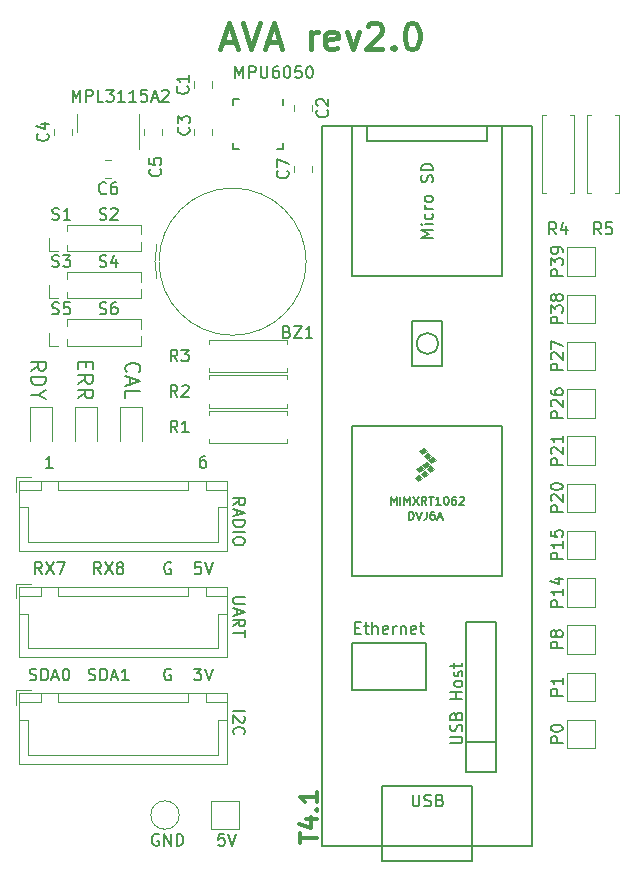
<source format=gbr>
%TF.GenerationSoftware,KiCad,Pcbnew,(5.1.9)-1*%
%TF.CreationDate,2021-05-19T19:29:26-04:00*%
%TF.ProjectId,ava_r2_bottom,6176615f-7232-45f6-926f-74746f6d2e6b,rev?*%
%TF.SameCoordinates,Original*%
%TF.FileFunction,Legend,Top*%
%TF.FilePolarity,Positive*%
%FSLAX46Y46*%
G04 Gerber Fmt 4.6, Leading zero omitted, Abs format (unit mm)*
G04 Created by KiCad (PCBNEW (5.1.9)-1) date 2021-05-19 19:29:26*
%MOMM*%
%LPD*%
G01*
G04 APERTURE LIST*
%ADD10C,0.150000*%
%ADD11C,0.300000*%
%ADD12C,0.400000*%
%ADD13C,0.120000*%
%ADD14C,0.100000*%
G04 APERTURE END LIST*
D10*
X197809523Y-113452380D02*
X197333333Y-113452380D01*
X197285714Y-113928571D01*
X197333333Y-113880952D01*
X197428571Y-113833333D01*
X197666666Y-113833333D01*
X197761904Y-113880952D01*
X197809523Y-113928571D01*
X197857142Y-114023809D01*
X197857142Y-114261904D01*
X197809523Y-114357142D01*
X197761904Y-114404761D01*
X197666666Y-114452380D01*
X197428571Y-114452380D01*
X197333333Y-114404761D01*
X197285714Y-114357142D01*
X198142857Y-113452380D02*
X198476190Y-114452380D01*
X198809523Y-113452380D01*
X192238095Y-113500000D02*
X192142857Y-113452380D01*
X192000000Y-113452380D01*
X191857142Y-113500000D01*
X191761904Y-113595238D01*
X191714285Y-113690476D01*
X191666666Y-113880952D01*
X191666666Y-114023809D01*
X191714285Y-114214285D01*
X191761904Y-114309523D01*
X191857142Y-114404761D01*
X192000000Y-114452380D01*
X192095238Y-114452380D01*
X192238095Y-114404761D01*
X192285714Y-114357142D01*
X192285714Y-114023809D01*
X192095238Y-114023809D01*
X192714285Y-114452380D02*
X192714285Y-113452380D01*
X193285714Y-114452380D01*
X193285714Y-113452380D01*
X193761904Y-114452380D02*
X193761904Y-113452380D01*
X194000000Y-113452380D01*
X194142857Y-113500000D01*
X194238095Y-113595238D01*
X194285714Y-113690476D01*
X194333333Y-113880952D01*
X194333333Y-114023809D01*
X194285714Y-114214285D01*
X194238095Y-114309523D01*
X194142857Y-114404761D01*
X194000000Y-114452380D01*
X193761904Y-114452380D01*
X189553571Y-74345238D02*
X189494047Y-74285714D01*
X189434523Y-74107142D01*
X189434523Y-73988095D01*
X189494047Y-73809523D01*
X189613095Y-73690476D01*
X189732142Y-73630952D01*
X189970238Y-73571428D01*
X190148809Y-73571428D01*
X190386904Y-73630952D01*
X190505952Y-73690476D01*
X190625000Y-73809523D01*
X190684523Y-73988095D01*
X190684523Y-74107142D01*
X190625000Y-74285714D01*
X190565476Y-74345238D01*
X189791666Y-74821428D02*
X189791666Y-75416666D01*
X189434523Y-74702380D02*
X190684523Y-75119047D01*
X189434523Y-75535714D01*
X189434523Y-76547619D02*
X189434523Y-75952380D01*
X190684523Y-75952380D01*
X186089285Y-73482142D02*
X186089285Y-73898809D01*
X185434523Y-74077380D02*
X185434523Y-73482142D01*
X186684523Y-73482142D01*
X186684523Y-74077380D01*
X185434523Y-75327380D02*
X186029761Y-74910714D01*
X185434523Y-74613095D02*
X186684523Y-74613095D01*
X186684523Y-75089285D01*
X186625000Y-75208333D01*
X186565476Y-75267857D01*
X186446428Y-75327380D01*
X186267857Y-75327380D01*
X186148809Y-75267857D01*
X186089285Y-75208333D01*
X186029761Y-75089285D01*
X186029761Y-74613095D01*
X185434523Y-76577380D02*
X186029761Y-76160714D01*
X185434523Y-75863095D02*
X186684523Y-75863095D01*
X186684523Y-76339285D01*
X186625000Y-76458333D01*
X186565476Y-76517857D01*
X186446428Y-76577380D01*
X186267857Y-76577380D01*
X186148809Y-76517857D01*
X186089285Y-76458333D01*
X186029761Y-76339285D01*
X186029761Y-75863095D01*
X181434523Y-74226190D02*
X182029761Y-73809523D01*
X181434523Y-73511904D02*
X182684523Y-73511904D01*
X182684523Y-73988095D01*
X182625000Y-74107142D01*
X182565476Y-74166666D01*
X182446428Y-74226190D01*
X182267857Y-74226190D01*
X182148809Y-74166666D01*
X182089285Y-74107142D01*
X182029761Y-73988095D01*
X182029761Y-73511904D01*
X181434523Y-74761904D02*
X182684523Y-74761904D01*
X182684523Y-75059523D01*
X182625000Y-75238095D01*
X182505952Y-75357142D01*
X182386904Y-75416666D01*
X182148809Y-75476190D01*
X181970238Y-75476190D01*
X181732142Y-75416666D01*
X181613095Y-75357142D01*
X181494047Y-75238095D01*
X181434523Y-75059523D01*
X181434523Y-74761904D01*
X182029761Y-76250000D02*
X181434523Y-76250000D01*
X182684523Y-75833333D02*
X182029761Y-76250000D01*
X182684523Y-76666666D01*
D11*
X204178571Y-114214285D02*
X204178571Y-113357142D01*
X205678571Y-113785714D02*
X204178571Y-113785714D01*
X204678571Y-112214285D02*
X205678571Y-112214285D01*
X204107142Y-112571428D02*
X205178571Y-112928571D01*
X205178571Y-112000000D01*
X205535714Y-111428571D02*
X205607142Y-111357142D01*
X205678571Y-111428571D01*
X205607142Y-111500000D01*
X205535714Y-111428571D01*
X205678571Y-111428571D01*
X205678571Y-109928571D02*
X205678571Y-110785714D01*
X205678571Y-110357142D02*
X204178571Y-110357142D01*
X204392857Y-110500000D01*
X204535714Y-110642857D01*
X204607142Y-110785714D01*
D10*
X198547619Y-103023809D02*
X199547619Y-103023809D01*
X199452380Y-103452380D02*
X199500000Y-103500000D01*
X199547619Y-103595238D01*
X199547619Y-103833333D01*
X199500000Y-103928571D01*
X199452380Y-103976190D01*
X199357142Y-104023809D01*
X199261904Y-104023809D01*
X199119047Y-103976190D01*
X198547619Y-103404761D01*
X198547619Y-104023809D01*
X198642857Y-105023809D02*
X198595238Y-104976190D01*
X198547619Y-104833333D01*
X198547619Y-104738095D01*
X198595238Y-104595238D01*
X198690476Y-104500000D01*
X198785714Y-104452380D01*
X198976190Y-104404761D01*
X199119047Y-104404761D01*
X199309523Y-104452380D01*
X199404761Y-104500000D01*
X199500000Y-104595238D01*
X199547619Y-104738095D01*
X199547619Y-104833333D01*
X199500000Y-104976190D01*
X199452380Y-105023809D01*
X199547619Y-93404761D02*
X198738095Y-93404761D01*
X198642857Y-93452380D01*
X198595238Y-93500000D01*
X198547619Y-93595238D01*
X198547619Y-93785714D01*
X198595238Y-93880952D01*
X198642857Y-93928571D01*
X198738095Y-93976190D01*
X199547619Y-93976190D01*
X198833333Y-94404761D02*
X198833333Y-94880952D01*
X198547619Y-94309523D02*
X199547619Y-94642857D01*
X198547619Y-94976190D01*
X198547619Y-95880952D02*
X199023809Y-95547619D01*
X198547619Y-95309523D02*
X199547619Y-95309523D01*
X199547619Y-95690476D01*
X199500000Y-95785714D01*
X199452380Y-95833333D01*
X199357142Y-95880952D01*
X199214285Y-95880952D01*
X199119047Y-95833333D01*
X199071428Y-95785714D01*
X199023809Y-95690476D01*
X199023809Y-95309523D01*
X199547619Y-96166666D02*
X199547619Y-96738095D01*
X198547619Y-96452380D02*
X199547619Y-96452380D01*
X198547619Y-85619047D02*
X199023809Y-85285714D01*
X198547619Y-85047619D02*
X199547619Y-85047619D01*
X199547619Y-85428571D01*
X199500000Y-85523809D01*
X199452380Y-85571428D01*
X199357142Y-85619047D01*
X199214285Y-85619047D01*
X199119047Y-85571428D01*
X199071428Y-85523809D01*
X199023809Y-85428571D01*
X199023809Y-85047619D01*
X198833333Y-86000000D02*
X198833333Y-86476190D01*
X198547619Y-85904761D02*
X199547619Y-86238095D01*
X198547619Y-86571428D01*
X198547619Y-86904761D02*
X199547619Y-86904761D01*
X199547619Y-87142857D01*
X199500000Y-87285714D01*
X199404761Y-87380952D01*
X199309523Y-87428571D01*
X199119047Y-87476190D01*
X198976190Y-87476190D01*
X198785714Y-87428571D01*
X198690476Y-87380952D01*
X198595238Y-87285714D01*
X198547619Y-87142857D01*
X198547619Y-86904761D01*
X198547619Y-87904761D02*
X199547619Y-87904761D01*
X199547619Y-88571428D02*
X199547619Y-88761904D01*
X199500000Y-88857142D01*
X199404761Y-88952380D01*
X199214285Y-89000000D01*
X198880952Y-89000000D01*
X198690476Y-88952380D01*
X198595238Y-88857142D01*
X198547619Y-88761904D01*
X198547619Y-88571428D01*
X198595238Y-88476190D01*
X198690476Y-88380952D01*
X198880952Y-88333333D01*
X199214285Y-88333333D01*
X199404761Y-88380952D01*
X199500000Y-88476190D01*
X199547619Y-88571428D01*
X187238095Y-69404761D02*
X187380952Y-69452380D01*
X187619047Y-69452380D01*
X187714285Y-69404761D01*
X187761904Y-69357142D01*
X187809523Y-69261904D01*
X187809523Y-69166666D01*
X187761904Y-69071428D01*
X187714285Y-69023809D01*
X187619047Y-68976190D01*
X187428571Y-68928571D01*
X187333333Y-68880952D01*
X187285714Y-68833333D01*
X187238095Y-68738095D01*
X187238095Y-68642857D01*
X187285714Y-68547619D01*
X187333333Y-68500000D01*
X187428571Y-68452380D01*
X187666666Y-68452380D01*
X187809523Y-68500000D01*
X188666666Y-68452380D02*
X188476190Y-68452380D01*
X188380952Y-68500000D01*
X188333333Y-68547619D01*
X188238095Y-68690476D01*
X188190476Y-68880952D01*
X188190476Y-69261904D01*
X188238095Y-69357142D01*
X188285714Y-69404761D01*
X188380952Y-69452380D01*
X188571428Y-69452380D01*
X188666666Y-69404761D01*
X188714285Y-69357142D01*
X188761904Y-69261904D01*
X188761904Y-69023809D01*
X188714285Y-68928571D01*
X188666666Y-68880952D01*
X188571428Y-68833333D01*
X188380952Y-68833333D01*
X188285714Y-68880952D01*
X188238095Y-68928571D01*
X188190476Y-69023809D01*
X183238095Y-69404761D02*
X183380952Y-69452380D01*
X183619047Y-69452380D01*
X183714285Y-69404761D01*
X183761904Y-69357142D01*
X183809523Y-69261904D01*
X183809523Y-69166666D01*
X183761904Y-69071428D01*
X183714285Y-69023809D01*
X183619047Y-68976190D01*
X183428571Y-68928571D01*
X183333333Y-68880952D01*
X183285714Y-68833333D01*
X183238095Y-68738095D01*
X183238095Y-68642857D01*
X183285714Y-68547619D01*
X183333333Y-68500000D01*
X183428571Y-68452380D01*
X183666666Y-68452380D01*
X183809523Y-68500000D01*
X184714285Y-68452380D02*
X184238095Y-68452380D01*
X184190476Y-68928571D01*
X184238095Y-68880952D01*
X184333333Y-68833333D01*
X184571428Y-68833333D01*
X184666666Y-68880952D01*
X184714285Y-68928571D01*
X184761904Y-69023809D01*
X184761904Y-69261904D01*
X184714285Y-69357142D01*
X184666666Y-69404761D01*
X184571428Y-69452380D01*
X184333333Y-69452380D01*
X184238095Y-69404761D01*
X184190476Y-69357142D01*
X187238095Y-65404761D02*
X187380952Y-65452380D01*
X187619047Y-65452380D01*
X187714285Y-65404761D01*
X187761904Y-65357142D01*
X187809523Y-65261904D01*
X187809523Y-65166666D01*
X187761904Y-65071428D01*
X187714285Y-65023809D01*
X187619047Y-64976190D01*
X187428571Y-64928571D01*
X187333333Y-64880952D01*
X187285714Y-64833333D01*
X187238095Y-64738095D01*
X187238095Y-64642857D01*
X187285714Y-64547619D01*
X187333333Y-64500000D01*
X187428571Y-64452380D01*
X187666666Y-64452380D01*
X187809523Y-64500000D01*
X188666666Y-64785714D02*
X188666666Y-65452380D01*
X188428571Y-64404761D02*
X188190476Y-65119047D01*
X188809523Y-65119047D01*
X183238095Y-65404761D02*
X183380952Y-65452380D01*
X183619047Y-65452380D01*
X183714285Y-65404761D01*
X183761904Y-65357142D01*
X183809523Y-65261904D01*
X183809523Y-65166666D01*
X183761904Y-65071428D01*
X183714285Y-65023809D01*
X183619047Y-64976190D01*
X183428571Y-64928571D01*
X183333333Y-64880952D01*
X183285714Y-64833333D01*
X183238095Y-64738095D01*
X183238095Y-64642857D01*
X183285714Y-64547619D01*
X183333333Y-64500000D01*
X183428571Y-64452380D01*
X183666666Y-64452380D01*
X183809523Y-64500000D01*
X184142857Y-64452380D02*
X184761904Y-64452380D01*
X184428571Y-64833333D01*
X184571428Y-64833333D01*
X184666666Y-64880952D01*
X184714285Y-64928571D01*
X184761904Y-65023809D01*
X184761904Y-65261904D01*
X184714285Y-65357142D01*
X184666666Y-65404761D01*
X184571428Y-65452380D01*
X184285714Y-65452380D01*
X184190476Y-65404761D01*
X184142857Y-65357142D01*
X187238095Y-61404761D02*
X187380952Y-61452380D01*
X187619047Y-61452380D01*
X187714285Y-61404761D01*
X187761904Y-61357142D01*
X187809523Y-61261904D01*
X187809523Y-61166666D01*
X187761904Y-61071428D01*
X187714285Y-61023809D01*
X187619047Y-60976190D01*
X187428571Y-60928571D01*
X187333333Y-60880952D01*
X187285714Y-60833333D01*
X187238095Y-60738095D01*
X187238095Y-60642857D01*
X187285714Y-60547619D01*
X187333333Y-60500000D01*
X187428571Y-60452380D01*
X187666666Y-60452380D01*
X187809523Y-60500000D01*
X188190476Y-60547619D02*
X188238095Y-60500000D01*
X188333333Y-60452380D01*
X188571428Y-60452380D01*
X188666666Y-60500000D01*
X188714285Y-60547619D01*
X188761904Y-60642857D01*
X188761904Y-60738095D01*
X188714285Y-60880952D01*
X188142857Y-61452380D01*
X188761904Y-61452380D01*
X183238095Y-61404761D02*
X183380952Y-61452380D01*
X183619047Y-61452380D01*
X183714285Y-61404761D01*
X183761904Y-61357142D01*
X183809523Y-61261904D01*
X183809523Y-61166666D01*
X183761904Y-61071428D01*
X183714285Y-61023809D01*
X183619047Y-60976190D01*
X183428571Y-60928571D01*
X183333333Y-60880952D01*
X183285714Y-60833333D01*
X183238095Y-60738095D01*
X183238095Y-60642857D01*
X183285714Y-60547619D01*
X183333333Y-60500000D01*
X183428571Y-60452380D01*
X183666666Y-60452380D01*
X183809523Y-60500000D01*
X184761904Y-61452380D02*
X184190476Y-61452380D01*
X184476190Y-61452380D02*
X184476190Y-60452380D01*
X184380952Y-60595238D01*
X184285714Y-60690476D01*
X184190476Y-60738095D01*
X186309523Y-100404761D02*
X186452380Y-100452380D01*
X186690476Y-100452380D01*
X186785714Y-100404761D01*
X186833333Y-100357142D01*
X186880952Y-100261904D01*
X186880952Y-100166666D01*
X186833333Y-100071428D01*
X186785714Y-100023809D01*
X186690476Y-99976190D01*
X186500000Y-99928571D01*
X186404761Y-99880952D01*
X186357142Y-99833333D01*
X186309523Y-99738095D01*
X186309523Y-99642857D01*
X186357142Y-99547619D01*
X186404761Y-99500000D01*
X186500000Y-99452380D01*
X186738095Y-99452380D01*
X186880952Y-99500000D01*
X187309523Y-100452380D02*
X187309523Y-99452380D01*
X187547619Y-99452380D01*
X187690476Y-99500000D01*
X187785714Y-99595238D01*
X187833333Y-99690476D01*
X187880952Y-99880952D01*
X187880952Y-100023809D01*
X187833333Y-100214285D01*
X187785714Y-100309523D01*
X187690476Y-100404761D01*
X187547619Y-100452380D01*
X187309523Y-100452380D01*
X188261904Y-100166666D02*
X188738095Y-100166666D01*
X188166666Y-100452380D02*
X188500000Y-99452380D01*
X188833333Y-100452380D01*
X189690476Y-100452380D02*
X189119047Y-100452380D01*
X189404761Y-100452380D02*
X189404761Y-99452380D01*
X189309523Y-99595238D01*
X189214285Y-99690476D01*
X189119047Y-99738095D01*
X181309523Y-100404761D02*
X181452380Y-100452380D01*
X181690476Y-100452380D01*
X181785714Y-100404761D01*
X181833333Y-100357142D01*
X181880952Y-100261904D01*
X181880952Y-100166666D01*
X181833333Y-100071428D01*
X181785714Y-100023809D01*
X181690476Y-99976190D01*
X181500000Y-99928571D01*
X181404761Y-99880952D01*
X181357142Y-99833333D01*
X181309523Y-99738095D01*
X181309523Y-99642857D01*
X181357142Y-99547619D01*
X181404761Y-99500000D01*
X181500000Y-99452380D01*
X181738095Y-99452380D01*
X181880952Y-99500000D01*
X182309523Y-100452380D02*
X182309523Y-99452380D01*
X182547619Y-99452380D01*
X182690476Y-99500000D01*
X182785714Y-99595238D01*
X182833333Y-99690476D01*
X182880952Y-99880952D01*
X182880952Y-100023809D01*
X182833333Y-100214285D01*
X182785714Y-100309523D01*
X182690476Y-100404761D01*
X182547619Y-100452380D01*
X182309523Y-100452380D01*
X183261904Y-100166666D02*
X183738095Y-100166666D01*
X183166666Y-100452380D02*
X183500000Y-99452380D01*
X183833333Y-100452380D01*
X184357142Y-99452380D02*
X184452380Y-99452380D01*
X184547619Y-99500000D01*
X184595238Y-99547619D01*
X184642857Y-99642857D01*
X184690476Y-99833333D01*
X184690476Y-100071428D01*
X184642857Y-100261904D01*
X184595238Y-100357142D01*
X184547619Y-100404761D01*
X184452380Y-100452380D01*
X184357142Y-100452380D01*
X184261904Y-100404761D01*
X184214285Y-100357142D01*
X184166666Y-100261904D01*
X184119047Y-100071428D01*
X184119047Y-99833333D01*
X184166666Y-99642857D01*
X184214285Y-99547619D01*
X184261904Y-99500000D01*
X184357142Y-99452380D01*
X195238095Y-99452380D02*
X195857142Y-99452380D01*
X195523809Y-99833333D01*
X195666666Y-99833333D01*
X195761904Y-99880952D01*
X195809523Y-99928571D01*
X195857142Y-100023809D01*
X195857142Y-100261904D01*
X195809523Y-100357142D01*
X195761904Y-100404761D01*
X195666666Y-100452380D01*
X195380952Y-100452380D01*
X195285714Y-100404761D01*
X195238095Y-100357142D01*
X196142857Y-99452380D02*
X196476190Y-100452380D01*
X196809523Y-99452380D01*
X193261904Y-99500000D02*
X193166666Y-99452380D01*
X193023809Y-99452380D01*
X192880952Y-99500000D01*
X192785714Y-99595238D01*
X192738095Y-99690476D01*
X192690476Y-99880952D01*
X192690476Y-100023809D01*
X192738095Y-100214285D01*
X192785714Y-100309523D01*
X192880952Y-100404761D01*
X193023809Y-100452380D01*
X193119047Y-100452380D01*
X193261904Y-100404761D01*
X193309523Y-100357142D01*
X193309523Y-100023809D01*
X193119047Y-100023809D01*
X195809523Y-90452380D02*
X195333333Y-90452380D01*
X195285714Y-90928571D01*
X195333333Y-90880952D01*
X195428571Y-90833333D01*
X195666666Y-90833333D01*
X195761904Y-90880952D01*
X195809523Y-90928571D01*
X195857142Y-91023809D01*
X195857142Y-91261904D01*
X195809523Y-91357142D01*
X195761904Y-91404761D01*
X195666666Y-91452380D01*
X195428571Y-91452380D01*
X195333333Y-91404761D01*
X195285714Y-91357142D01*
X196142857Y-90452380D02*
X196476190Y-91452380D01*
X196809523Y-90452380D01*
X193261904Y-90500000D02*
X193166666Y-90452380D01*
X193023809Y-90452380D01*
X192880952Y-90500000D01*
X192785714Y-90595238D01*
X192738095Y-90690476D01*
X192690476Y-90880952D01*
X192690476Y-91023809D01*
X192738095Y-91214285D01*
X192785714Y-91309523D01*
X192880952Y-91404761D01*
X193023809Y-91452380D01*
X193119047Y-91452380D01*
X193261904Y-91404761D01*
X193309523Y-91357142D01*
X193309523Y-91023809D01*
X193119047Y-91023809D01*
X187357142Y-91452380D02*
X187023809Y-90976190D01*
X186785714Y-91452380D02*
X186785714Y-90452380D01*
X187166666Y-90452380D01*
X187261904Y-90500000D01*
X187309523Y-90547619D01*
X187357142Y-90642857D01*
X187357142Y-90785714D01*
X187309523Y-90880952D01*
X187261904Y-90928571D01*
X187166666Y-90976190D01*
X186785714Y-90976190D01*
X187690476Y-90452380D02*
X188357142Y-91452380D01*
X188357142Y-90452380D02*
X187690476Y-91452380D01*
X188880952Y-90880952D02*
X188785714Y-90833333D01*
X188738095Y-90785714D01*
X188690476Y-90690476D01*
X188690476Y-90642857D01*
X188738095Y-90547619D01*
X188785714Y-90500000D01*
X188880952Y-90452380D01*
X189071428Y-90452380D01*
X189166666Y-90500000D01*
X189214285Y-90547619D01*
X189261904Y-90642857D01*
X189261904Y-90690476D01*
X189214285Y-90785714D01*
X189166666Y-90833333D01*
X189071428Y-90880952D01*
X188880952Y-90880952D01*
X188785714Y-90928571D01*
X188738095Y-90976190D01*
X188690476Y-91071428D01*
X188690476Y-91261904D01*
X188738095Y-91357142D01*
X188785714Y-91404761D01*
X188880952Y-91452380D01*
X189071428Y-91452380D01*
X189166666Y-91404761D01*
X189214285Y-91357142D01*
X189261904Y-91261904D01*
X189261904Y-91071428D01*
X189214285Y-90976190D01*
X189166666Y-90928571D01*
X189071428Y-90880952D01*
X182357142Y-91452380D02*
X182023809Y-90976190D01*
X181785714Y-91452380D02*
X181785714Y-90452380D01*
X182166666Y-90452380D01*
X182261904Y-90500000D01*
X182309523Y-90547619D01*
X182357142Y-90642857D01*
X182357142Y-90785714D01*
X182309523Y-90880952D01*
X182261904Y-90928571D01*
X182166666Y-90976190D01*
X181785714Y-90976190D01*
X182690476Y-90452380D02*
X183357142Y-91452380D01*
X183357142Y-90452380D02*
X182690476Y-91452380D01*
X183642857Y-90452380D02*
X184309523Y-90452380D01*
X183880952Y-91452380D01*
X196190476Y-81452380D02*
X196000000Y-81452380D01*
X195904761Y-81500000D01*
X195857142Y-81547619D01*
X195761904Y-81690476D01*
X195714285Y-81880952D01*
X195714285Y-82261904D01*
X195761904Y-82357142D01*
X195809523Y-82404761D01*
X195904761Y-82452380D01*
X196095238Y-82452380D01*
X196190476Y-82404761D01*
X196238095Y-82357142D01*
X196285714Y-82261904D01*
X196285714Y-82023809D01*
X196238095Y-81928571D01*
X196190476Y-81880952D01*
X196095238Y-81833333D01*
X195904761Y-81833333D01*
X195809523Y-81880952D01*
X195761904Y-81928571D01*
X195714285Y-82023809D01*
X183285714Y-82452380D02*
X182714285Y-82452380D01*
X183000000Y-82452380D02*
X183000000Y-81452380D01*
X182904761Y-81595238D01*
X182809523Y-81690476D01*
X182714285Y-81738095D01*
D12*
X197671428Y-46366666D02*
X198719047Y-46366666D01*
X197461904Y-46995238D02*
X198195238Y-44795238D01*
X198928571Y-46995238D01*
X199347619Y-44795238D02*
X200080952Y-46995238D01*
X200814285Y-44795238D01*
X201442857Y-46366666D02*
X202490476Y-46366666D01*
X201233333Y-46995238D02*
X201966666Y-44795238D01*
X202700000Y-46995238D01*
X205109523Y-46995238D02*
X205109523Y-45528571D01*
X205109523Y-45947619D02*
X205214285Y-45738095D01*
X205319047Y-45633333D01*
X205528571Y-45528571D01*
X205738095Y-45528571D01*
X207309523Y-46890476D02*
X207100000Y-46995238D01*
X206680952Y-46995238D01*
X206471428Y-46890476D01*
X206366666Y-46680952D01*
X206366666Y-45842857D01*
X206471428Y-45633333D01*
X206680952Y-45528571D01*
X207100000Y-45528571D01*
X207309523Y-45633333D01*
X207414285Y-45842857D01*
X207414285Y-46052380D01*
X206366666Y-46261904D01*
X208147619Y-45528571D02*
X208671428Y-46995238D01*
X209195238Y-45528571D01*
X209928571Y-45004761D02*
X210033333Y-44900000D01*
X210242857Y-44795238D01*
X210766666Y-44795238D01*
X210976190Y-44900000D01*
X211080952Y-45004761D01*
X211185714Y-45214285D01*
X211185714Y-45423809D01*
X211080952Y-45738095D01*
X209823809Y-46995238D01*
X211185714Y-46995238D01*
X212128571Y-46785714D02*
X212233333Y-46890476D01*
X212128571Y-46995238D01*
X212023809Y-46890476D01*
X212128571Y-46785714D01*
X212128571Y-46995238D01*
X213595238Y-44795238D02*
X213804761Y-44795238D01*
X214014285Y-44900000D01*
X214119047Y-45004761D01*
X214223809Y-45214285D01*
X214328571Y-45633333D01*
X214328571Y-46157142D01*
X214223809Y-46576190D01*
X214119047Y-46785714D01*
X214014285Y-46890476D01*
X213804761Y-46995238D01*
X213595238Y-46995238D01*
X213385714Y-46890476D01*
X213280952Y-46785714D01*
X213176190Y-46576190D01*
X213071428Y-46157142D01*
X213071428Y-45633333D01*
X213176190Y-45214285D01*
X213280952Y-45004761D01*
X213385714Y-44900000D01*
X213595238Y-44795238D01*
D10*
%TO.C,MPU6050*%
X202810000Y-55490000D02*
X202810000Y-54965000D01*
X198510000Y-55490000D02*
X198510000Y-54965000D01*
X198510000Y-51190000D02*
X198510000Y-51715000D01*
X202810000Y-51190000D02*
X202810000Y-51715000D01*
X198510000Y-55490000D02*
X199035000Y-55490000D01*
X198510000Y-51190000D02*
X199035000Y-51190000D01*
X202810000Y-55490000D02*
X202285000Y-55490000D01*
D13*
%TO.C,R5*%
X228830000Y-59150000D02*
X228500000Y-59150000D01*
X228500000Y-59150000D02*
X228500000Y-52610000D01*
X228500000Y-52610000D02*
X228830000Y-52610000D01*
X230910000Y-59150000D02*
X231240000Y-59150000D01*
X231240000Y-59150000D02*
X231240000Y-52610000D01*
X231240000Y-52610000D02*
X230910000Y-52610000D01*
%TO.C,R4*%
X225020000Y-59150000D02*
X224690000Y-59150000D01*
X224690000Y-59150000D02*
X224690000Y-52610000D01*
X224690000Y-52610000D02*
X225020000Y-52610000D01*
X227100000Y-59150000D02*
X227430000Y-59150000D01*
X227430000Y-59150000D02*
X227430000Y-52610000D01*
X227430000Y-52610000D02*
X227100000Y-52610000D01*
%TO.C,C7*%
X203735000Y-57411252D02*
X203735000Y-56888748D01*
X205205000Y-57411252D02*
X205205000Y-56888748D01*
%TO.C,C3*%
X196735000Y-53738748D02*
X196735000Y-54261252D01*
X195265000Y-53738748D02*
X195265000Y-54261252D01*
%TO.C,C2*%
X205205000Y-51738748D02*
X205205000Y-52261252D01*
X203735000Y-51738748D02*
X203735000Y-52261252D01*
%TO.C,C1*%
X196735000Y-50261252D02*
X196735000Y-49738748D01*
X195265000Y-50261252D02*
X195265000Y-49738748D01*
%TO.C,P38*%
X229200000Y-70200000D02*
X226800000Y-70200000D01*
X229200000Y-67800000D02*
X229200000Y-70200000D01*
X226800000Y-67800000D02*
X229200000Y-67800000D01*
X226800000Y-70200000D02*
X226800000Y-67800000D01*
%TO.C,P39*%
X229200000Y-66200000D02*
X226800000Y-66200000D01*
X229200000Y-63800000D02*
X229200000Y-66200000D01*
X226800000Y-63800000D02*
X229200000Y-63800000D01*
X226800000Y-66200000D02*
X226800000Y-63800000D01*
%TO.C,P8*%
X229200000Y-98200000D02*
X226800000Y-98200000D01*
X229200000Y-95800000D02*
X229200000Y-98200000D01*
X226800000Y-95800000D02*
X229200000Y-95800000D01*
X226800000Y-98200000D02*
X226800000Y-95800000D01*
%TO.C,P27*%
X229200000Y-74200000D02*
X226800000Y-74200000D01*
X229200000Y-71800000D02*
X229200000Y-74200000D01*
X226800000Y-71800000D02*
X229200000Y-71800000D01*
X226800000Y-74200000D02*
X226800000Y-71800000D01*
%TO.C,P26*%
X229200000Y-78200000D02*
X226800000Y-78200000D01*
X229200000Y-75800000D02*
X229200000Y-78200000D01*
X226800000Y-75800000D02*
X229200000Y-75800000D01*
X226800000Y-78200000D02*
X226800000Y-75800000D01*
%TO.C,P20*%
X229200000Y-86200000D02*
X226800000Y-86200000D01*
X229200000Y-83800000D02*
X229200000Y-86200000D01*
X226800000Y-83800000D02*
X229200000Y-83800000D01*
X226800000Y-86200000D02*
X226800000Y-83800000D01*
%TO.C,P21*%
X229200000Y-82200000D02*
X226800000Y-82200000D01*
X229200000Y-79800000D02*
X229200000Y-82200000D01*
X226800000Y-79800000D02*
X229200000Y-79800000D01*
X226800000Y-82200000D02*
X226800000Y-79800000D01*
%TO.C,P14*%
X229200000Y-94200000D02*
X226800000Y-94200000D01*
X229200000Y-91800000D02*
X229200000Y-94200000D01*
X226800000Y-91800000D02*
X229200000Y-91800000D01*
X226800000Y-94200000D02*
X226800000Y-91800000D01*
%TO.C,P15*%
X229200000Y-90200000D02*
X226800000Y-90200000D01*
X229200000Y-87800000D02*
X229200000Y-90200000D01*
X226800000Y-87800000D02*
X229200000Y-87800000D01*
X226800000Y-90200000D02*
X226800000Y-87800000D01*
%TO.C,P1*%
X229200000Y-102200000D02*
X226800000Y-102200000D01*
X229200000Y-99800000D02*
X229200000Y-102200000D01*
X226800000Y-99800000D02*
X229200000Y-99800000D01*
X226800000Y-102200000D02*
X226800000Y-99800000D01*
%TO.C,P0*%
X229200000Y-106200000D02*
X226800000Y-106200000D01*
X229200000Y-103800000D02*
X229200000Y-106200000D01*
X226800000Y-103800000D02*
X229200000Y-103800000D01*
X226800000Y-106200000D02*
X226800000Y-103800000D01*
%TO.C,BZ1*%
X204730000Y-65000000D02*
G75*
G03*
X204730000Y-65000000I-6230000J0D01*
G01*
X192100000Y-66499999D02*
G75*
G02*
X192100000Y-63500000I6400000J1499999D01*
G01*
%TO.C,C4*%
X184885000Y-54261252D02*
X184885000Y-53738748D01*
X183415000Y-54261252D02*
X183415000Y-53738748D01*
%TO.C,C5*%
X192505000Y-53738748D02*
X192505000Y-54261252D01*
X191035000Y-53738748D02*
X191035000Y-54261252D01*
%TO.C,C6*%
X188221252Y-57885000D02*
X187698748Y-57885000D01*
X188221252Y-56415000D02*
X187698748Y-56415000D01*
%TO.C,D1*%
X190865000Y-80165000D02*
X190865000Y-77305000D01*
X190865000Y-77305000D02*
X188945000Y-77305000D01*
X188945000Y-77305000D02*
X188945000Y-80165000D01*
%TO.C,D2*%
X185135000Y-77305000D02*
X185135000Y-80165000D01*
X187055000Y-77305000D02*
X185135000Y-77305000D01*
X187055000Y-80165000D02*
X187055000Y-77305000D01*
%TO.C,D3*%
X183245000Y-80165000D02*
X183245000Y-77305000D01*
X183245000Y-77305000D02*
X181325000Y-77305000D01*
X181325000Y-77305000D02*
X181325000Y-80165000D01*
%TO.C,RADIO1*%
X180440000Y-83540000D02*
X180440000Y-89510000D01*
X180440000Y-89510000D02*
X198060000Y-89510000D01*
X198060000Y-89510000D02*
X198060000Y-83540000D01*
X198060000Y-83540000D02*
X180440000Y-83540000D01*
X183750000Y-83550000D02*
X183750000Y-84300000D01*
X183750000Y-84300000D02*
X194750000Y-84300000D01*
X194750000Y-84300000D02*
X194750000Y-83550000D01*
X194750000Y-83550000D02*
X183750000Y-83550000D01*
X180450000Y-83550000D02*
X180450000Y-84300000D01*
X180450000Y-84300000D02*
X182250000Y-84300000D01*
X182250000Y-84300000D02*
X182250000Y-83550000D01*
X182250000Y-83550000D02*
X180450000Y-83550000D01*
X196250000Y-83550000D02*
X196250000Y-84300000D01*
X196250000Y-84300000D02*
X198050000Y-84300000D01*
X198050000Y-84300000D02*
X198050000Y-83550000D01*
X198050000Y-83550000D02*
X196250000Y-83550000D01*
X180450000Y-85800000D02*
X181200000Y-85800000D01*
X181200000Y-85800000D02*
X181200000Y-88750000D01*
X181200000Y-88750000D02*
X189250000Y-88750000D01*
X198050000Y-85800000D02*
X197300000Y-85800000D01*
X197300000Y-85800000D02*
X197300000Y-88750000D01*
X197300000Y-88750000D02*
X189250000Y-88750000D01*
X181400000Y-83250000D02*
X180150000Y-83250000D01*
X180150000Y-83250000D02*
X180150000Y-84500000D01*
%TO.C,UART1*%
X180150000Y-92250000D02*
X180150000Y-93500000D01*
X181400000Y-92250000D02*
X180150000Y-92250000D01*
X197300000Y-97750000D02*
X189250000Y-97750000D01*
X197300000Y-94800000D02*
X197300000Y-97750000D01*
X198050000Y-94800000D02*
X197300000Y-94800000D01*
X181200000Y-97750000D02*
X189250000Y-97750000D01*
X181200000Y-94800000D02*
X181200000Y-97750000D01*
X180450000Y-94800000D02*
X181200000Y-94800000D01*
X198050000Y-92550000D02*
X196250000Y-92550000D01*
X198050000Y-93300000D02*
X198050000Y-92550000D01*
X196250000Y-93300000D02*
X198050000Y-93300000D01*
X196250000Y-92550000D02*
X196250000Y-93300000D01*
X182250000Y-92550000D02*
X180450000Y-92550000D01*
X182250000Y-93300000D02*
X182250000Y-92550000D01*
X180450000Y-93300000D02*
X182250000Y-93300000D01*
X180450000Y-92550000D02*
X180450000Y-93300000D01*
X194750000Y-92550000D02*
X183750000Y-92550000D01*
X194750000Y-93300000D02*
X194750000Y-92550000D01*
X183750000Y-93300000D02*
X194750000Y-93300000D01*
X183750000Y-92550000D02*
X183750000Y-93300000D01*
X198060000Y-92540000D02*
X180440000Y-92540000D01*
X198060000Y-98510000D02*
X198060000Y-92540000D01*
X180440000Y-98510000D02*
X198060000Y-98510000D01*
X180440000Y-92540000D02*
X180440000Y-98510000D01*
%TO.C,I2C1*%
X180440000Y-101540000D02*
X180440000Y-107510000D01*
X180440000Y-107510000D02*
X198060000Y-107510000D01*
X198060000Y-107510000D02*
X198060000Y-101540000D01*
X198060000Y-101540000D02*
X180440000Y-101540000D01*
X183750000Y-101550000D02*
X183750000Y-102300000D01*
X183750000Y-102300000D02*
X194750000Y-102300000D01*
X194750000Y-102300000D02*
X194750000Y-101550000D01*
X194750000Y-101550000D02*
X183750000Y-101550000D01*
X180450000Y-101550000D02*
X180450000Y-102300000D01*
X180450000Y-102300000D02*
X182250000Y-102300000D01*
X182250000Y-102300000D02*
X182250000Y-101550000D01*
X182250000Y-101550000D02*
X180450000Y-101550000D01*
X196250000Y-101550000D02*
X196250000Y-102300000D01*
X196250000Y-102300000D02*
X198050000Y-102300000D01*
X198050000Y-102300000D02*
X198050000Y-101550000D01*
X198050000Y-101550000D02*
X196250000Y-101550000D01*
X180450000Y-103800000D02*
X181200000Y-103800000D01*
X181200000Y-103800000D02*
X181200000Y-106750000D01*
X181200000Y-106750000D02*
X189250000Y-106750000D01*
X198050000Y-103800000D02*
X197300000Y-103800000D01*
X197300000Y-103800000D02*
X197300000Y-106750000D01*
X197300000Y-106750000D02*
X189250000Y-106750000D01*
X181400000Y-101250000D02*
X180150000Y-101250000D01*
X180150000Y-101250000D02*
X180150000Y-102500000D01*
%TO.C,J4*%
X199055000Y-113055000D02*
X196655000Y-113055000D01*
X196655000Y-113055000D02*
X196655000Y-110655000D01*
X196655000Y-110655000D02*
X199055000Y-110655000D01*
X199055000Y-110655000D02*
X199055000Y-113055000D01*
%TO.C,J5*%
X193975000Y-111855000D02*
G75*
G03*
X193975000Y-111855000I-1200000J0D01*
G01*
%TO.C,J6*%
X190775000Y-64110000D02*
X190775000Y-63307530D01*
X190775000Y-62692470D02*
X190775000Y-61890000D01*
X184490000Y-64110000D02*
X190775000Y-64110000D01*
X184490000Y-61890000D02*
X190775000Y-61890000D01*
X184490000Y-64110000D02*
X184490000Y-63563471D01*
X184490000Y-62436529D02*
X184490000Y-61890000D01*
X183730000Y-64110000D02*
X182970000Y-64110000D01*
X182970000Y-64110000D02*
X182970000Y-63000000D01*
%TO.C,J7*%
X182970000Y-68110000D02*
X182970000Y-67000000D01*
X183730000Y-68110000D02*
X182970000Y-68110000D01*
X184490000Y-66436529D02*
X184490000Y-65890000D01*
X184490000Y-68110000D02*
X184490000Y-67563471D01*
X184490000Y-65890000D02*
X190775000Y-65890000D01*
X184490000Y-68110000D02*
X190775000Y-68110000D01*
X190775000Y-66692470D02*
X190775000Y-65890000D01*
X190775000Y-68110000D02*
X190775000Y-67307530D01*
%TO.C,J8*%
X190775000Y-72110000D02*
X190775000Y-71307530D01*
X190775000Y-70692470D02*
X190775000Y-69890000D01*
X184490000Y-72110000D02*
X190775000Y-72110000D01*
X184490000Y-69890000D02*
X190775000Y-69890000D01*
X184490000Y-72110000D02*
X184490000Y-71563471D01*
X184490000Y-70436529D02*
X184490000Y-69890000D01*
X183730000Y-72110000D02*
X182970000Y-72110000D01*
X182970000Y-72110000D02*
X182970000Y-71000000D01*
%TO.C,R1*%
X203080000Y-80370000D02*
X203080000Y-80040000D01*
X196540000Y-80370000D02*
X203080000Y-80370000D01*
X196540000Y-80040000D02*
X196540000Y-80370000D01*
X203080000Y-77630000D02*
X203080000Y-77960000D01*
X196540000Y-77630000D02*
X203080000Y-77630000D01*
X196540000Y-77960000D02*
X196540000Y-77630000D01*
%TO.C,R2*%
X196540000Y-74960000D02*
X196540000Y-74630000D01*
X196540000Y-74630000D02*
X203080000Y-74630000D01*
X203080000Y-74630000D02*
X203080000Y-74960000D01*
X196540000Y-77040000D02*
X196540000Y-77370000D01*
X196540000Y-77370000D02*
X203080000Y-77370000D01*
X203080000Y-77370000D02*
X203080000Y-77040000D01*
%TO.C,R3*%
X196540000Y-71960000D02*
X196540000Y-71630000D01*
X196540000Y-71630000D02*
X203080000Y-71630000D01*
X203080000Y-71630000D02*
X203080000Y-71960000D01*
X196540000Y-74040000D02*
X196540000Y-74370000D01*
X196540000Y-74370000D02*
X203080000Y-74370000D01*
X203080000Y-74370000D02*
X203080000Y-74040000D01*
D10*
%TO.C,U2*%
X215898026Y-71935000D02*
G75*
G03*
X215898026Y-71935000I-898026J0D01*
G01*
X208650000Y-91620000D02*
X221350000Y-91620000D01*
X208650000Y-78920000D02*
X208650000Y-91620000D01*
X221350000Y-78920000D02*
X208650000Y-78920000D01*
X221350000Y-91620000D02*
X221350000Y-78920000D01*
X208648400Y-101250000D02*
X208898400Y-101250000D01*
X208648400Y-97250000D02*
X208648400Y-101250000D01*
X214898400Y-97250000D02*
X208648400Y-97250000D01*
X214898400Y-101250000D02*
X214898400Y-97250000D01*
X208898400Y-101250000D02*
X214898400Y-101250000D01*
X218299200Y-105640800D02*
X220839200Y-105640800D01*
X218299200Y-108180800D02*
X218299200Y-105640800D01*
X220839200Y-108180800D02*
X218299200Y-108180800D01*
X220839200Y-95480800D02*
X220839200Y-108180800D01*
X218299200Y-95480800D02*
X220839200Y-95480800D01*
X218299200Y-108180800D02*
X218299200Y-95480800D01*
X213730000Y-73840000D02*
X213730000Y-70030000D01*
X216270000Y-73840000D02*
X213730000Y-73840000D01*
X216270000Y-70030000D02*
X216270000Y-73840000D01*
X213730000Y-70030000D02*
X216270000Y-70030000D01*
X220080000Y-54790000D02*
X220080000Y-53520000D01*
X209920000Y-54790000D02*
X220080000Y-54790000D01*
X209920000Y-53520000D02*
X209920000Y-54790000D01*
X221350000Y-66220000D02*
X221350000Y-53520000D01*
X208650000Y-66220000D02*
X221350000Y-66220000D01*
X208650000Y-53520000D02*
X208650000Y-66220000D01*
X218810000Y-114480000D02*
X218810000Y-115750000D01*
X218810000Y-115750000D02*
X211190000Y-115750000D01*
X211190000Y-115750000D02*
X211190000Y-114480000D01*
X218810000Y-109400000D02*
X211190000Y-109400000D01*
X211190000Y-109400000D02*
X211190000Y-114480000D01*
X218810000Y-109400000D02*
X218810000Y-114480000D01*
X206110000Y-114480000D02*
X206110000Y-53520000D01*
X206110000Y-53520000D02*
X223890000Y-53520000D01*
X223890000Y-53520000D02*
X223890000Y-114480000D01*
X223890000Y-114480000D02*
X206110000Y-114480000D01*
D14*
G36*
X215455000Y-81565000D02*
G01*
X215709000Y-81819000D01*
X215328000Y-82073000D01*
X215074000Y-81819000D01*
X215455000Y-81565000D01*
G37*
X215455000Y-81565000D02*
X215709000Y-81819000D01*
X215328000Y-82073000D01*
X215074000Y-81819000D01*
X215455000Y-81565000D01*
G36*
X214947000Y-81946000D02*
G01*
X215201000Y-82200000D01*
X214820000Y-82454000D01*
X214566000Y-82200000D01*
X214947000Y-81946000D01*
G37*
X214947000Y-81946000D02*
X215201000Y-82200000D01*
X214820000Y-82454000D01*
X214566000Y-82200000D01*
X214947000Y-81946000D01*
G36*
X214439000Y-82327000D02*
G01*
X214693000Y-82581000D01*
X214312000Y-82835000D01*
X214058000Y-82581000D01*
X214439000Y-82327000D01*
G37*
X214439000Y-82327000D02*
X214693000Y-82581000D01*
X214312000Y-82835000D01*
X214058000Y-82581000D01*
X214439000Y-82327000D01*
G36*
X215328000Y-82327000D02*
G01*
X215582000Y-82581000D01*
X215201000Y-82835000D01*
X214947000Y-82581000D01*
X215328000Y-82327000D01*
G37*
X215328000Y-82327000D02*
X215582000Y-82581000D01*
X215201000Y-82835000D01*
X214947000Y-82581000D01*
X215328000Y-82327000D01*
G36*
X214820000Y-82708000D02*
G01*
X215074000Y-82962000D01*
X214693000Y-83216000D01*
X214439000Y-82962000D01*
X214820000Y-82708000D01*
G37*
X214820000Y-82708000D02*
X215074000Y-82962000D01*
X214693000Y-83216000D01*
X214439000Y-82962000D01*
X214820000Y-82708000D01*
G36*
X214312000Y-83089000D02*
G01*
X214566000Y-83343000D01*
X214185000Y-83597000D01*
X213931000Y-83343000D01*
X214312000Y-83089000D01*
G37*
X214312000Y-83089000D02*
X214566000Y-83343000D01*
X214185000Y-83597000D01*
X213931000Y-83343000D01*
X214312000Y-83089000D01*
G36*
X215074000Y-81184000D02*
G01*
X215328000Y-81438000D01*
X214947000Y-81692000D01*
X214693000Y-81438000D01*
X215074000Y-81184000D01*
G37*
X215074000Y-81184000D02*
X215328000Y-81438000D01*
X214947000Y-81692000D01*
X214693000Y-81438000D01*
X215074000Y-81184000D01*
G36*
X214693000Y-80803000D02*
G01*
X214947000Y-81057000D01*
X214566000Y-81311000D01*
X214312000Y-81057000D01*
X214693000Y-80803000D01*
G37*
X214693000Y-80803000D02*
X214947000Y-81057000D01*
X214566000Y-81311000D01*
X214312000Y-81057000D01*
X214693000Y-80803000D01*
D13*
%TO.C,U3*%
X185350000Y-54000000D02*
X185350000Y-52500000D01*
X190570000Y-55500000D02*
X190570000Y-52500000D01*
%TO.C,MPU6050*%
D10*
X198738095Y-49452380D02*
X198738095Y-48452380D01*
X199071428Y-49166666D01*
X199404761Y-48452380D01*
X199404761Y-49452380D01*
X199880952Y-49452380D02*
X199880952Y-48452380D01*
X200261904Y-48452380D01*
X200357142Y-48500000D01*
X200404761Y-48547619D01*
X200452380Y-48642857D01*
X200452380Y-48785714D01*
X200404761Y-48880952D01*
X200357142Y-48928571D01*
X200261904Y-48976190D01*
X199880952Y-48976190D01*
X200880952Y-48452380D02*
X200880952Y-49261904D01*
X200928571Y-49357142D01*
X200976190Y-49404761D01*
X201071428Y-49452380D01*
X201261904Y-49452380D01*
X201357142Y-49404761D01*
X201404761Y-49357142D01*
X201452380Y-49261904D01*
X201452380Y-48452380D01*
X202357142Y-48452380D02*
X202166666Y-48452380D01*
X202071428Y-48500000D01*
X202023809Y-48547619D01*
X201928571Y-48690476D01*
X201880952Y-48880952D01*
X201880952Y-49261904D01*
X201928571Y-49357142D01*
X201976190Y-49404761D01*
X202071428Y-49452380D01*
X202261904Y-49452380D01*
X202357142Y-49404761D01*
X202404761Y-49357142D01*
X202452380Y-49261904D01*
X202452380Y-49023809D01*
X202404761Y-48928571D01*
X202357142Y-48880952D01*
X202261904Y-48833333D01*
X202071428Y-48833333D01*
X201976190Y-48880952D01*
X201928571Y-48928571D01*
X201880952Y-49023809D01*
X203071428Y-48452380D02*
X203166666Y-48452380D01*
X203261904Y-48500000D01*
X203309523Y-48547619D01*
X203357142Y-48642857D01*
X203404761Y-48833333D01*
X203404761Y-49071428D01*
X203357142Y-49261904D01*
X203309523Y-49357142D01*
X203261904Y-49404761D01*
X203166666Y-49452380D01*
X203071428Y-49452380D01*
X202976190Y-49404761D01*
X202928571Y-49357142D01*
X202880952Y-49261904D01*
X202833333Y-49071428D01*
X202833333Y-48833333D01*
X202880952Y-48642857D01*
X202928571Y-48547619D01*
X202976190Y-48500000D01*
X203071428Y-48452380D01*
X204309523Y-48452380D02*
X203833333Y-48452380D01*
X203785714Y-48928571D01*
X203833333Y-48880952D01*
X203928571Y-48833333D01*
X204166666Y-48833333D01*
X204261904Y-48880952D01*
X204309523Y-48928571D01*
X204357142Y-49023809D01*
X204357142Y-49261904D01*
X204309523Y-49357142D01*
X204261904Y-49404761D01*
X204166666Y-49452380D01*
X203928571Y-49452380D01*
X203833333Y-49404761D01*
X203785714Y-49357142D01*
X204976190Y-48452380D02*
X205071428Y-48452380D01*
X205166666Y-48500000D01*
X205214285Y-48547619D01*
X205261904Y-48642857D01*
X205309523Y-48833333D01*
X205309523Y-49071428D01*
X205261904Y-49261904D01*
X205214285Y-49357142D01*
X205166666Y-49404761D01*
X205071428Y-49452380D01*
X204976190Y-49452380D01*
X204880952Y-49404761D01*
X204833333Y-49357142D01*
X204785714Y-49261904D01*
X204738095Y-49071428D01*
X204738095Y-48833333D01*
X204785714Y-48642857D01*
X204833333Y-48547619D01*
X204880952Y-48500000D01*
X204976190Y-48452380D01*
%TO.C,R5*%
X229703333Y-62682380D02*
X229370000Y-62206190D01*
X229131904Y-62682380D02*
X229131904Y-61682380D01*
X229512857Y-61682380D01*
X229608095Y-61730000D01*
X229655714Y-61777619D01*
X229703333Y-61872857D01*
X229703333Y-62015714D01*
X229655714Y-62110952D01*
X229608095Y-62158571D01*
X229512857Y-62206190D01*
X229131904Y-62206190D01*
X230608095Y-61682380D02*
X230131904Y-61682380D01*
X230084285Y-62158571D01*
X230131904Y-62110952D01*
X230227142Y-62063333D01*
X230465238Y-62063333D01*
X230560476Y-62110952D01*
X230608095Y-62158571D01*
X230655714Y-62253809D01*
X230655714Y-62491904D01*
X230608095Y-62587142D01*
X230560476Y-62634761D01*
X230465238Y-62682380D01*
X230227142Y-62682380D01*
X230131904Y-62634761D01*
X230084285Y-62587142D01*
%TO.C,R4*%
X225893333Y-62682380D02*
X225560000Y-62206190D01*
X225321904Y-62682380D02*
X225321904Y-61682380D01*
X225702857Y-61682380D01*
X225798095Y-61730000D01*
X225845714Y-61777619D01*
X225893333Y-61872857D01*
X225893333Y-62015714D01*
X225845714Y-62110952D01*
X225798095Y-62158571D01*
X225702857Y-62206190D01*
X225321904Y-62206190D01*
X226750476Y-62015714D02*
X226750476Y-62682380D01*
X226512380Y-61634761D02*
X226274285Y-62349047D01*
X226893333Y-62349047D01*
%TO.C,C7*%
X203147142Y-57316666D02*
X203194761Y-57364285D01*
X203242380Y-57507142D01*
X203242380Y-57602380D01*
X203194761Y-57745238D01*
X203099523Y-57840476D01*
X203004285Y-57888095D01*
X202813809Y-57935714D01*
X202670952Y-57935714D01*
X202480476Y-57888095D01*
X202385238Y-57840476D01*
X202290000Y-57745238D01*
X202242380Y-57602380D01*
X202242380Y-57507142D01*
X202290000Y-57364285D01*
X202337619Y-57316666D01*
X202242380Y-56983333D02*
X202242380Y-56316666D01*
X203242380Y-56745238D01*
%TO.C,C3*%
X194777142Y-53624166D02*
X194824761Y-53671785D01*
X194872380Y-53814642D01*
X194872380Y-53909880D01*
X194824761Y-54052738D01*
X194729523Y-54147976D01*
X194634285Y-54195595D01*
X194443809Y-54243214D01*
X194300952Y-54243214D01*
X194110476Y-54195595D01*
X194015238Y-54147976D01*
X193920000Y-54052738D01*
X193872380Y-53909880D01*
X193872380Y-53814642D01*
X193920000Y-53671785D01*
X193967619Y-53624166D01*
X193872380Y-53290833D02*
X193872380Y-52671785D01*
X194253333Y-53005119D01*
X194253333Y-52862261D01*
X194300952Y-52767023D01*
X194348571Y-52719404D01*
X194443809Y-52671785D01*
X194681904Y-52671785D01*
X194777142Y-52719404D01*
X194824761Y-52767023D01*
X194872380Y-52862261D01*
X194872380Y-53147976D01*
X194824761Y-53243214D01*
X194777142Y-53290833D01*
%TO.C,C2*%
X206507142Y-52166666D02*
X206554761Y-52214285D01*
X206602380Y-52357142D01*
X206602380Y-52452380D01*
X206554761Y-52595238D01*
X206459523Y-52690476D01*
X206364285Y-52738095D01*
X206173809Y-52785714D01*
X206030952Y-52785714D01*
X205840476Y-52738095D01*
X205745238Y-52690476D01*
X205650000Y-52595238D01*
X205602380Y-52452380D01*
X205602380Y-52357142D01*
X205650000Y-52214285D01*
X205697619Y-52166666D01*
X205697619Y-51785714D02*
X205650000Y-51738095D01*
X205602380Y-51642857D01*
X205602380Y-51404761D01*
X205650000Y-51309523D01*
X205697619Y-51261904D01*
X205792857Y-51214285D01*
X205888095Y-51214285D01*
X206030952Y-51261904D01*
X206602380Y-51833333D01*
X206602380Y-51214285D01*
%TO.C,C1*%
X194677142Y-50166666D02*
X194724761Y-50214285D01*
X194772380Y-50357142D01*
X194772380Y-50452380D01*
X194724761Y-50595238D01*
X194629523Y-50690476D01*
X194534285Y-50738095D01*
X194343809Y-50785714D01*
X194200952Y-50785714D01*
X194010476Y-50738095D01*
X193915238Y-50690476D01*
X193820000Y-50595238D01*
X193772380Y-50452380D01*
X193772380Y-50357142D01*
X193820000Y-50214285D01*
X193867619Y-50166666D01*
X194772380Y-49214285D02*
X194772380Y-49785714D01*
X194772380Y-49500000D02*
X193772380Y-49500000D01*
X193915238Y-49595238D01*
X194010476Y-49690476D01*
X194058095Y-49785714D01*
%TO.C,P38*%
X226454380Y-70214285D02*
X225454380Y-70214285D01*
X225454380Y-69833333D01*
X225502000Y-69738095D01*
X225549619Y-69690476D01*
X225644857Y-69642857D01*
X225787714Y-69642857D01*
X225882952Y-69690476D01*
X225930571Y-69738095D01*
X225978190Y-69833333D01*
X225978190Y-70214285D01*
X225454380Y-69309523D02*
X225454380Y-68690476D01*
X225835333Y-69023809D01*
X225835333Y-68880952D01*
X225882952Y-68785714D01*
X225930571Y-68738095D01*
X226025809Y-68690476D01*
X226263904Y-68690476D01*
X226359142Y-68738095D01*
X226406761Y-68785714D01*
X226454380Y-68880952D01*
X226454380Y-69166666D01*
X226406761Y-69261904D01*
X226359142Y-69309523D01*
X225882952Y-68119047D02*
X225835333Y-68214285D01*
X225787714Y-68261904D01*
X225692476Y-68309523D01*
X225644857Y-68309523D01*
X225549619Y-68261904D01*
X225502000Y-68214285D01*
X225454380Y-68119047D01*
X225454380Y-67928571D01*
X225502000Y-67833333D01*
X225549619Y-67785714D01*
X225644857Y-67738095D01*
X225692476Y-67738095D01*
X225787714Y-67785714D01*
X225835333Y-67833333D01*
X225882952Y-67928571D01*
X225882952Y-68119047D01*
X225930571Y-68214285D01*
X225978190Y-68261904D01*
X226073428Y-68309523D01*
X226263904Y-68309523D01*
X226359142Y-68261904D01*
X226406761Y-68214285D01*
X226454380Y-68119047D01*
X226454380Y-67928571D01*
X226406761Y-67833333D01*
X226359142Y-67785714D01*
X226263904Y-67738095D01*
X226073428Y-67738095D01*
X225978190Y-67785714D01*
X225930571Y-67833333D01*
X225882952Y-67928571D01*
%TO.C,P39*%
X226454380Y-66214285D02*
X225454380Y-66214285D01*
X225454380Y-65833333D01*
X225502000Y-65738095D01*
X225549619Y-65690476D01*
X225644857Y-65642857D01*
X225787714Y-65642857D01*
X225882952Y-65690476D01*
X225930571Y-65738095D01*
X225978190Y-65833333D01*
X225978190Y-66214285D01*
X225454380Y-65309523D02*
X225454380Y-64690476D01*
X225835333Y-65023809D01*
X225835333Y-64880952D01*
X225882952Y-64785714D01*
X225930571Y-64738095D01*
X226025809Y-64690476D01*
X226263904Y-64690476D01*
X226359142Y-64738095D01*
X226406761Y-64785714D01*
X226454380Y-64880952D01*
X226454380Y-65166666D01*
X226406761Y-65261904D01*
X226359142Y-65309523D01*
X226454380Y-64214285D02*
X226454380Y-64023809D01*
X226406761Y-63928571D01*
X226359142Y-63880952D01*
X226216285Y-63785714D01*
X226025809Y-63738095D01*
X225644857Y-63738095D01*
X225549619Y-63785714D01*
X225502000Y-63833333D01*
X225454380Y-63928571D01*
X225454380Y-64119047D01*
X225502000Y-64214285D01*
X225549619Y-64261904D01*
X225644857Y-64309523D01*
X225882952Y-64309523D01*
X225978190Y-64261904D01*
X226025809Y-64214285D01*
X226073428Y-64119047D01*
X226073428Y-63928571D01*
X226025809Y-63833333D01*
X225978190Y-63785714D01*
X225882952Y-63738095D01*
%TO.C,P8*%
X226454380Y-97738095D02*
X225454380Y-97738095D01*
X225454380Y-97357142D01*
X225502000Y-97261904D01*
X225549619Y-97214285D01*
X225644857Y-97166666D01*
X225787714Y-97166666D01*
X225882952Y-97214285D01*
X225930571Y-97261904D01*
X225978190Y-97357142D01*
X225978190Y-97738095D01*
X225882952Y-96595238D02*
X225835333Y-96690476D01*
X225787714Y-96738095D01*
X225692476Y-96785714D01*
X225644857Y-96785714D01*
X225549619Y-96738095D01*
X225502000Y-96690476D01*
X225454380Y-96595238D01*
X225454380Y-96404761D01*
X225502000Y-96309523D01*
X225549619Y-96261904D01*
X225644857Y-96214285D01*
X225692476Y-96214285D01*
X225787714Y-96261904D01*
X225835333Y-96309523D01*
X225882952Y-96404761D01*
X225882952Y-96595238D01*
X225930571Y-96690476D01*
X225978190Y-96738095D01*
X226073428Y-96785714D01*
X226263904Y-96785714D01*
X226359142Y-96738095D01*
X226406761Y-96690476D01*
X226454380Y-96595238D01*
X226454380Y-96404761D01*
X226406761Y-96309523D01*
X226359142Y-96261904D01*
X226263904Y-96214285D01*
X226073428Y-96214285D01*
X225978190Y-96261904D01*
X225930571Y-96309523D01*
X225882952Y-96404761D01*
%TO.C,P27*%
X226454380Y-74214285D02*
X225454380Y-74214285D01*
X225454380Y-73833333D01*
X225502000Y-73738095D01*
X225549619Y-73690476D01*
X225644857Y-73642857D01*
X225787714Y-73642857D01*
X225882952Y-73690476D01*
X225930571Y-73738095D01*
X225978190Y-73833333D01*
X225978190Y-74214285D01*
X225549619Y-73261904D02*
X225502000Y-73214285D01*
X225454380Y-73119047D01*
X225454380Y-72880952D01*
X225502000Y-72785714D01*
X225549619Y-72738095D01*
X225644857Y-72690476D01*
X225740095Y-72690476D01*
X225882952Y-72738095D01*
X226454380Y-73309523D01*
X226454380Y-72690476D01*
X225454380Y-72357142D02*
X225454380Y-71690476D01*
X226454380Y-72119047D01*
%TO.C,P26*%
X226454380Y-78214285D02*
X225454380Y-78214285D01*
X225454380Y-77833333D01*
X225502000Y-77738095D01*
X225549619Y-77690476D01*
X225644857Y-77642857D01*
X225787714Y-77642857D01*
X225882952Y-77690476D01*
X225930571Y-77738095D01*
X225978190Y-77833333D01*
X225978190Y-78214285D01*
X225549619Y-77261904D02*
X225502000Y-77214285D01*
X225454380Y-77119047D01*
X225454380Y-76880952D01*
X225502000Y-76785714D01*
X225549619Y-76738095D01*
X225644857Y-76690476D01*
X225740095Y-76690476D01*
X225882952Y-76738095D01*
X226454380Y-77309523D01*
X226454380Y-76690476D01*
X225454380Y-75833333D02*
X225454380Y-76023809D01*
X225502000Y-76119047D01*
X225549619Y-76166666D01*
X225692476Y-76261904D01*
X225882952Y-76309523D01*
X226263904Y-76309523D01*
X226359142Y-76261904D01*
X226406761Y-76214285D01*
X226454380Y-76119047D01*
X226454380Y-75928571D01*
X226406761Y-75833333D01*
X226359142Y-75785714D01*
X226263904Y-75738095D01*
X226025809Y-75738095D01*
X225930571Y-75785714D01*
X225882952Y-75833333D01*
X225835333Y-75928571D01*
X225835333Y-76119047D01*
X225882952Y-76214285D01*
X225930571Y-76261904D01*
X226025809Y-76309523D01*
%TO.C,P20*%
X226454380Y-86214285D02*
X225454380Y-86214285D01*
X225454380Y-85833333D01*
X225502000Y-85738095D01*
X225549619Y-85690476D01*
X225644857Y-85642857D01*
X225787714Y-85642857D01*
X225882952Y-85690476D01*
X225930571Y-85738095D01*
X225978190Y-85833333D01*
X225978190Y-86214285D01*
X225549619Y-85261904D02*
X225502000Y-85214285D01*
X225454380Y-85119047D01*
X225454380Y-84880952D01*
X225502000Y-84785714D01*
X225549619Y-84738095D01*
X225644857Y-84690476D01*
X225740095Y-84690476D01*
X225882952Y-84738095D01*
X226454380Y-85309523D01*
X226454380Y-84690476D01*
X225454380Y-84071428D02*
X225454380Y-83976190D01*
X225502000Y-83880952D01*
X225549619Y-83833333D01*
X225644857Y-83785714D01*
X225835333Y-83738095D01*
X226073428Y-83738095D01*
X226263904Y-83785714D01*
X226359142Y-83833333D01*
X226406761Y-83880952D01*
X226454380Y-83976190D01*
X226454380Y-84071428D01*
X226406761Y-84166666D01*
X226359142Y-84214285D01*
X226263904Y-84261904D01*
X226073428Y-84309523D01*
X225835333Y-84309523D01*
X225644857Y-84261904D01*
X225549619Y-84214285D01*
X225502000Y-84166666D01*
X225454380Y-84071428D01*
%TO.C,P21*%
X226454380Y-82214285D02*
X225454380Y-82214285D01*
X225454380Y-81833333D01*
X225502000Y-81738095D01*
X225549619Y-81690476D01*
X225644857Y-81642857D01*
X225787714Y-81642857D01*
X225882952Y-81690476D01*
X225930571Y-81738095D01*
X225978190Y-81833333D01*
X225978190Y-82214285D01*
X225549619Y-81261904D02*
X225502000Y-81214285D01*
X225454380Y-81119047D01*
X225454380Y-80880952D01*
X225502000Y-80785714D01*
X225549619Y-80738095D01*
X225644857Y-80690476D01*
X225740095Y-80690476D01*
X225882952Y-80738095D01*
X226454380Y-81309523D01*
X226454380Y-80690476D01*
X226454380Y-79738095D02*
X226454380Y-80309523D01*
X226454380Y-80023809D02*
X225454380Y-80023809D01*
X225597238Y-80119047D01*
X225692476Y-80214285D01*
X225740095Y-80309523D01*
%TO.C,P14*%
X226454380Y-94214285D02*
X225454380Y-94214285D01*
X225454380Y-93833333D01*
X225502000Y-93738095D01*
X225549619Y-93690476D01*
X225644857Y-93642857D01*
X225787714Y-93642857D01*
X225882952Y-93690476D01*
X225930571Y-93738095D01*
X225978190Y-93833333D01*
X225978190Y-94214285D01*
X226454380Y-92690476D02*
X226454380Y-93261904D01*
X226454380Y-92976190D02*
X225454380Y-92976190D01*
X225597238Y-93071428D01*
X225692476Y-93166666D01*
X225740095Y-93261904D01*
X225787714Y-91833333D02*
X226454380Y-91833333D01*
X225406761Y-92071428D02*
X226121047Y-92309523D01*
X226121047Y-91690476D01*
%TO.C,P15*%
X226454380Y-90214285D02*
X225454380Y-90214285D01*
X225454380Y-89833333D01*
X225502000Y-89738095D01*
X225549619Y-89690476D01*
X225644857Y-89642857D01*
X225787714Y-89642857D01*
X225882952Y-89690476D01*
X225930571Y-89738095D01*
X225978190Y-89833333D01*
X225978190Y-90214285D01*
X226454380Y-88690476D02*
X226454380Y-89261904D01*
X226454380Y-88976190D02*
X225454380Y-88976190D01*
X225597238Y-89071428D01*
X225692476Y-89166666D01*
X225740095Y-89261904D01*
X225454380Y-87785714D02*
X225454380Y-88261904D01*
X225930571Y-88309523D01*
X225882952Y-88261904D01*
X225835333Y-88166666D01*
X225835333Y-87928571D01*
X225882952Y-87833333D01*
X225930571Y-87785714D01*
X226025809Y-87738095D01*
X226263904Y-87738095D01*
X226359142Y-87785714D01*
X226406761Y-87833333D01*
X226454380Y-87928571D01*
X226454380Y-88166666D01*
X226406761Y-88261904D01*
X226359142Y-88309523D01*
%TO.C,P1*%
X226454380Y-101738095D02*
X225454380Y-101738095D01*
X225454380Y-101357142D01*
X225502000Y-101261904D01*
X225549619Y-101214285D01*
X225644857Y-101166666D01*
X225787714Y-101166666D01*
X225882952Y-101214285D01*
X225930571Y-101261904D01*
X225978190Y-101357142D01*
X225978190Y-101738095D01*
X226454380Y-100214285D02*
X226454380Y-100785714D01*
X226454380Y-100500000D02*
X225454380Y-100500000D01*
X225597238Y-100595238D01*
X225692476Y-100690476D01*
X225740095Y-100785714D01*
%TO.C,P0*%
X226454380Y-105738095D02*
X225454380Y-105738095D01*
X225454380Y-105357142D01*
X225502000Y-105261904D01*
X225549619Y-105214285D01*
X225644857Y-105166666D01*
X225787714Y-105166666D01*
X225882952Y-105214285D01*
X225930571Y-105261904D01*
X225978190Y-105357142D01*
X225978190Y-105738095D01*
X225454380Y-104547619D02*
X225454380Y-104452380D01*
X225502000Y-104357142D01*
X225549619Y-104309523D01*
X225644857Y-104261904D01*
X225835333Y-104214285D01*
X226073428Y-104214285D01*
X226263904Y-104261904D01*
X226359142Y-104309523D01*
X226406761Y-104357142D01*
X226454380Y-104452380D01*
X226454380Y-104547619D01*
X226406761Y-104642857D01*
X226359142Y-104690476D01*
X226263904Y-104738095D01*
X226073428Y-104785714D01*
X225835333Y-104785714D01*
X225644857Y-104738095D01*
X225549619Y-104690476D01*
X225502000Y-104642857D01*
X225454380Y-104547619D01*
%TO.C,BZ1*%
X203119047Y-70928571D02*
X203261904Y-70976190D01*
X203309523Y-71023809D01*
X203357142Y-71119047D01*
X203357142Y-71261904D01*
X203309523Y-71357142D01*
X203261904Y-71404761D01*
X203166666Y-71452380D01*
X202785714Y-71452380D01*
X202785714Y-70452380D01*
X203119047Y-70452380D01*
X203214285Y-70500000D01*
X203261904Y-70547619D01*
X203309523Y-70642857D01*
X203309523Y-70738095D01*
X203261904Y-70833333D01*
X203214285Y-70880952D01*
X203119047Y-70928571D01*
X202785714Y-70928571D01*
X203690476Y-70452380D02*
X204357142Y-70452380D01*
X203690476Y-71452380D01*
X204357142Y-71452380D01*
X205261904Y-71452380D02*
X204690476Y-71452380D01*
X204976190Y-71452380D02*
X204976190Y-70452380D01*
X204880952Y-70595238D01*
X204785714Y-70690476D01*
X204690476Y-70738095D01*
%TO.C,C4*%
X182827142Y-54166666D02*
X182874761Y-54214285D01*
X182922380Y-54357142D01*
X182922380Y-54452380D01*
X182874761Y-54595238D01*
X182779523Y-54690476D01*
X182684285Y-54738095D01*
X182493809Y-54785714D01*
X182350952Y-54785714D01*
X182160476Y-54738095D01*
X182065238Y-54690476D01*
X181970000Y-54595238D01*
X181922380Y-54452380D01*
X181922380Y-54357142D01*
X181970000Y-54214285D01*
X182017619Y-54166666D01*
X182255714Y-53309523D02*
X182922380Y-53309523D01*
X181874761Y-53547619D02*
X182589047Y-53785714D01*
X182589047Y-53166666D01*
%TO.C,C5*%
X192357142Y-57166666D02*
X192404761Y-57214285D01*
X192452380Y-57357142D01*
X192452380Y-57452380D01*
X192404761Y-57595238D01*
X192309523Y-57690476D01*
X192214285Y-57738095D01*
X192023809Y-57785714D01*
X191880952Y-57785714D01*
X191690476Y-57738095D01*
X191595238Y-57690476D01*
X191500000Y-57595238D01*
X191452380Y-57452380D01*
X191452380Y-57357142D01*
X191500000Y-57214285D01*
X191547619Y-57166666D01*
X191452380Y-56261904D02*
X191452380Y-56738095D01*
X191928571Y-56785714D01*
X191880952Y-56738095D01*
X191833333Y-56642857D01*
X191833333Y-56404761D01*
X191880952Y-56309523D01*
X191928571Y-56261904D01*
X192023809Y-56214285D01*
X192261904Y-56214285D01*
X192357142Y-56261904D01*
X192404761Y-56309523D01*
X192452380Y-56404761D01*
X192452380Y-56642857D01*
X192404761Y-56738095D01*
X192357142Y-56785714D01*
%TO.C,C6*%
X187793333Y-59187142D02*
X187745714Y-59234761D01*
X187602857Y-59282380D01*
X187507619Y-59282380D01*
X187364761Y-59234761D01*
X187269523Y-59139523D01*
X187221904Y-59044285D01*
X187174285Y-58853809D01*
X187174285Y-58710952D01*
X187221904Y-58520476D01*
X187269523Y-58425238D01*
X187364761Y-58330000D01*
X187507619Y-58282380D01*
X187602857Y-58282380D01*
X187745714Y-58330000D01*
X187793333Y-58377619D01*
X188650476Y-58282380D02*
X188460000Y-58282380D01*
X188364761Y-58330000D01*
X188317142Y-58377619D01*
X188221904Y-58520476D01*
X188174285Y-58710952D01*
X188174285Y-59091904D01*
X188221904Y-59187142D01*
X188269523Y-59234761D01*
X188364761Y-59282380D01*
X188555238Y-59282380D01*
X188650476Y-59234761D01*
X188698095Y-59187142D01*
X188745714Y-59091904D01*
X188745714Y-58853809D01*
X188698095Y-58758571D01*
X188650476Y-58710952D01*
X188555238Y-58663333D01*
X188364761Y-58663333D01*
X188269523Y-58710952D01*
X188221904Y-58758571D01*
X188174285Y-58853809D01*
%TO.C,R1*%
X193833333Y-79452380D02*
X193500000Y-78976190D01*
X193261904Y-79452380D02*
X193261904Y-78452380D01*
X193642857Y-78452380D01*
X193738095Y-78500000D01*
X193785714Y-78547619D01*
X193833333Y-78642857D01*
X193833333Y-78785714D01*
X193785714Y-78880952D01*
X193738095Y-78928571D01*
X193642857Y-78976190D01*
X193261904Y-78976190D01*
X194785714Y-79452380D02*
X194214285Y-79452380D01*
X194500000Y-79452380D02*
X194500000Y-78452380D01*
X194404761Y-78595238D01*
X194309523Y-78690476D01*
X194214285Y-78738095D01*
%TO.C,R2*%
X193833333Y-76452380D02*
X193500000Y-75976190D01*
X193261904Y-76452380D02*
X193261904Y-75452380D01*
X193642857Y-75452380D01*
X193738095Y-75500000D01*
X193785714Y-75547619D01*
X193833333Y-75642857D01*
X193833333Y-75785714D01*
X193785714Y-75880952D01*
X193738095Y-75928571D01*
X193642857Y-75976190D01*
X193261904Y-75976190D01*
X194214285Y-75547619D02*
X194261904Y-75500000D01*
X194357142Y-75452380D01*
X194595238Y-75452380D01*
X194690476Y-75500000D01*
X194738095Y-75547619D01*
X194785714Y-75642857D01*
X194785714Y-75738095D01*
X194738095Y-75880952D01*
X194166666Y-76452380D01*
X194785714Y-76452380D01*
%TO.C,R3*%
X193833333Y-73452380D02*
X193500000Y-72976190D01*
X193261904Y-73452380D02*
X193261904Y-72452380D01*
X193642857Y-72452380D01*
X193738095Y-72500000D01*
X193785714Y-72547619D01*
X193833333Y-72642857D01*
X193833333Y-72785714D01*
X193785714Y-72880952D01*
X193738095Y-72928571D01*
X193642857Y-72976190D01*
X193261904Y-72976190D01*
X194166666Y-72452380D02*
X194785714Y-72452380D01*
X194452380Y-72833333D01*
X194595238Y-72833333D01*
X194690476Y-72880952D01*
X194738095Y-72928571D01*
X194785714Y-73023809D01*
X194785714Y-73261904D01*
X194738095Y-73357142D01*
X194690476Y-73404761D01*
X194595238Y-73452380D01*
X194309523Y-73452380D01*
X194214285Y-73404761D01*
X194166666Y-73357142D01*
%TO.C,U2*%
X216941580Y-105775323D02*
X217751104Y-105775323D01*
X217846342Y-105727704D01*
X217893961Y-105680085D01*
X217941580Y-105584847D01*
X217941580Y-105394371D01*
X217893961Y-105299133D01*
X217846342Y-105251514D01*
X217751104Y-105203895D01*
X216941580Y-105203895D01*
X217893961Y-104775323D02*
X217941580Y-104632466D01*
X217941580Y-104394371D01*
X217893961Y-104299133D01*
X217846342Y-104251514D01*
X217751104Y-104203895D01*
X217655866Y-104203895D01*
X217560628Y-104251514D01*
X217513009Y-104299133D01*
X217465390Y-104394371D01*
X217417771Y-104584847D01*
X217370152Y-104680085D01*
X217322533Y-104727704D01*
X217227295Y-104775323D01*
X217132057Y-104775323D01*
X217036819Y-104727704D01*
X216989200Y-104680085D01*
X216941580Y-104584847D01*
X216941580Y-104346752D01*
X216989200Y-104203895D01*
X217417771Y-103441990D02*
X217465390Y-103299133D01*
X217513009Y-103251514D01*
X217608247Y-103203895D01*
X217751104Y-103203895D01*
X217846342Y-103251514D01*
X217893961Y-103299133D01*
X217941580Y-103394371D01*
X217941580Y-103775323D01*
X216941580Y-103775323D01*
X216941580Y-103441990D01*
X216989200Y-103346752D01*
X217036819Y-103299133D01*
X217132057Y-103251514D01*
X217227295Y-103251514D01*
X217322533Y-103299133D01*
X217370152Y-103346752D01*
X217417771Y-103441990D01*
X217417771Y-103775323D01*
X217941580Y-102013419D02*
X216941580Y-102013419D01*
X217417771Y-102013419D02*
X217417771Y-101441990D01*
X217941580Y-101441990D02*
X216941580Y-101441990D01*
X217941580Y-100822942D02*
X217893961Y-100918180D01*
X217846342Y-100965800D01*
X217751104Y-101013419D01*
X217465390Y-101013419D01*
X217370152Y-100965800D01*
X217322533Y-100918180D01*
X217274914Y-100822942D01*
X217274914Y-100680085D01*
X217322533Y-100584847D01*
X217370152Y-100537228D01*
X217465390Y-100489609D01*
X217751104Y-100489609D01*
X217846342Y-100537228D01*
X217893961Y-100584847D01*
X217941580Y-100680085D01*
X217941580Y-100822942D01*
X217893961Y-100108657D02*
X217941580Y-100013419D01*
X217941580Y-99822942D01*
X217893961Y-99727704D01*
X217798723Y-99680085D01*
X217751104Y-99680085D01*
X217655866Y-99727704D01*
X217608247Y-99822942D01*
X217608247Y-99965800D01*
X217560628Y-100061038D01*
X217465390Y-100108657D01*
X217417771Y-100108657D01*
X217322533Y-100061038D01*
X217274914Y-99965800D01*
X217274914Y-99822942D01*
X217322533Y-99727704D01*
X217274914Y-99394371D02*
X217274914Y-99013419D01*
X216941580Y-99251514D02*
X217798723Y-99251514D01*
X217893961Y-99203895D01*
X217941580Y-99108657D01*
X217941580Y-99013419D01*
X208866257Y-95993571D02*
X209199590Y-95993571D01*
X209342447Y-96517380D02*
X208866257Y-96517380D01*
X208866257Y-95517380D01*
X209342447Y-95517380D01*
X209628161Y-95850714D02*
X210009114Y-95850714D01*
X209771019Y-95517380D02*
X209771019Y-96374523D01*
X209818638Y-96469761D01*
X209913876Y-96517380D01*
X210009114Y-96517380D01*
X210342447Y-96517380D02*
X210342447Y-95517380D01*
X210771019Y-96517380D02*
X210771019Y-95993571D01*
X210723400Y-95898333D01*
X210628161Y-95850714D01*
X210485304Y-95850714D01*
X210390066Y-95898333D01*
X210342447Y-95945952D01*
X211628161Y-96469761D02*
X211532923Y-96517380D01*
X211342447Y-96517380D01*
X211247209Y-96469761D01*
X211199590Y-96374523D01*
X211199590Y-95993571D01*
X211247209Y-95898333D01*
X211342447Y-95850714D01*
X211532923Y-95850714D01*
X211628161Y-95898333D01*
X211675780Y-95993571D01*
X211675780Y-96088809D01*
X211199590Y-96184047D01*
X212104352Y-96517380D02*
X212104352Y-95850714D01*
X212104352Y-96041190D02*
X212151971Y-95945952D01*
X212199590Y-95898333D01*
X212294828Y-95850714D01*
X212390066Y-95850714D01*
X212723400Y-95850714D02*
X212723400Y-96517380D01*
X212723400Y-95945952D02*
X212771019Y-95898333D01*
X212866257Y-95850714D01*
X213009114Y-95850714D01*
X213104352Y-95898333D01*
X213151971Y-95993571D01*
X213151971Y-96517380D01*
X214009114Y-96469761D02*
X213913876Y-96517380D01*
X213723400Y-96517380D01*
X213628161Y-96469761D01*
X213580542Y-96374523D01*
X213580542Y-95993571D01*
X213628161Y-95898333D01*
X213723400Y-95850714D01*
X213913876Y-95850714D01*
X214009114Y-95898333D01*
X214056733Y-95993571D01*
X214056733Y-96088809D01*
X213580542Y-96184047D01*
X214342447Y-95850714D02*
X214723400Y-95850714D01*
X214485304Y-95517380D02*
X214485304Y-96374523D01*
X214532923Y-96469761D01*
X214628161Y-96517380D01*
X214723400Y-96517380D01*
X213738095Y-110122380D02*
X213738095Y-110931904D01*
X213785714Y-111027142D01*
X213833333Y-111074761D01*
X213928571Y-111122380D01*
X214119047Y-111122380D01*
X214214285Y-111074761D01*
X214261904Y-111027142D01*
X214309523Y-110931904D01*
X214309523Y-110122380D01*
X214738095Y-111074761D02*
X214880952Y-111122380D01*
X215119047Y-111122380D01*
X215214285Y-111074761D01*
X215261904Y-111027142D01*
X215309523Y-110931904D01*
X215309523Y-110836666D01*
X215261904Y-110741428D01*
X215214285Y-110693809D01*
X215119047Y-110646190D01*
X214928571Y-110598571D01*
X214833333Y-110550952D01*
X214785714Y-110503333D01*
X214738095Y-110408095D01*
X214738095Y-110312857D01*
X214785714Y-110217619D01*
X214833333Y-110170000D01*
X214928571Y-110122380D01*
X215166666Y-110122380D01*
X215309523Y-110170000D01*
X216071428Y-110598571D02*
X216214285Y-110646190D01*
X216261904Y-110693809D01*
X216309523Y-110789047D01*
X216309523Y-110931904D01*
X216261904Y-111027142D01*
X216214285Y-111074761D01*
X216119047Y-111122380D01*
X215738095Y-111122380D01*
X215738095Y-110122380D01*
X216071428Y-110122380D01*
X216166666Y-110170000D01*
X216214285Y-110217619D01*
X216261904Y-110312857D01*
X216261904Y-110408095D01*
X216214285Y-110503333D01*
X216166666Y-110550952D01*
X216071428Y-110598571D01*
X215738095Y-110598571D01*
X215452380Y-62989047D02*
X214452380Y-62989047D01*
X215166666Y-62655714D01*
X214452380Y-62322380D01*
X215452380Y-62322380D01*
X215452380Y-61846190D02*
X214785714Y-61846190D01*
X214452380Y-61846190D02*
X214500000Y-61893809D01*
X214547619Y-61846190D01*
X214500000Y-61798571D01*
X214452380Y-61846190D01*
X214547619Y-61846190D01*
X215404761Y-60941428D02*
X215452380Y-61036666D01*
X215452380Y-61227142D01*
X215404761Y-61322380D01*
X215357142Y-61370000D01*
X215261904Y-61417619D01*
X214976190Y-61417619D01*
X214880952Y-61370000D01*
X214833333Y-61322380D01*
X214785714Y-61227142D01*
X214785714Y-61036666D01*
X214833333Y-60941428D01*
X215452380Y-60512857D02*
X214785714Y-60512857D01*
X214976190Y-60512857D02*
X214880952Y-60465238D01*
X214833333Y-60417619D01*
X214785714Y-60322380D01*
X214785714Y-60227142D01*
X215452380Y-59750952D02*
X215404761Y-59846190D01*
X215357142Y-59893809D01*
X215261904Y-59941428D01*
X214976190Y-59941428D01*
X214880952Y-59893809D01*
X214833333Y-59846190D01*
X214785714Y-59750952D01*
X214785714Y-59608095D01*
X214833333Y-59512857D01*
X214880952Y-59465238D01*
X214976190Y-59417619D01*
X215261904Y-59417619D01*
X215357142Y-59465238D01*
X215404761Y-59512857D01*
X215452380Y-59608095D01*
X215452380Y-59750952D01*
X215404761Y-58274761D02*
X215452380Y-58131904D01*
X215452380Y-57893809D01*
X215404761Y-57798571D01*
X215357142Y-57750952D01*
X215261904Y-57703333D01*
X215166666Y-57703333D01*
X215071428Y-57750952D01*
X215023809Y-57798571D01*
X214976190Y-57893809D01*
X214928571Y-58084285D01*
X214880952Y-58179523D01*
X214833333Y-58227142D01*
X214738095Y-58274761D01*
X214642857Y-58274761D01*
X214547619Y-58227142D01*
X214500000Y-58179523D01*
X214452380Y-58084285D01*
X214452380Y-57846190D01*
X214500000Y-57703333D01*
X215452380Y-57274761D02*
X214452380Y-57274761D01*
X214452380Y-57036666D01*
X214500000Y-56893809D01*
X214595238Y-56798571D01*
X214690476Y-56750952D01*
X214880952Y-56703333D01*
X215023809Y-56703333D01*
X215214285Y-56750952D01*
X215309523Y-56798571D01*
X215404761Y-56893809D01*
X215452380Y-57036666D01*
X215452380Y-57274761D01*
X211916666Y-85586666D02*
X211916666Y-84886666D01*
X212150000Y-85386666D01*
X212383333Y-84886666D01*
X212383333Y-85586666D01*
X212716666Y-85586666D02*
X212716666Y-84886666D01*
X213050000Y-85586666D02*
X213050000Y-84886666D01*
X213283333Y-85386666D01*
X213516666Y-84886666D01*
X213516666Y-85586666D01*
X213783333Y-84886666D02*
X214250000Y-85586666D01*
X214250000Y-84886666D02*
X213783333Y-85586666D01*
X214916666Y-85586666D02*
X214683333Y-85253333D01*
X214516666Y-85586666D02*
X214516666Y-84886666D01*
X214783333Y-84886666D01*
X214850000Y-84920000D01*
X214883333Y-84953333D01*
X214916666Y-85020000D01*
X214916666Y-85120000D01*
X214883333Y-85186666D01*
X214850000Y-85220000D01*
X214783333Y-85253333D01*
X214516666Y-85253333D01*
X215116666Y-84886666D02*
X215516666Y-84886666D01*
X215316666Y-85586666D02*
X215316666Y-84886666D01*
X216116666Y-85586666D02*
X215716666Y-85586666D01*
X215916666Y-85586666D02*
X215916666Y-84886666D01*
X215850000Y-84986666D01*
X215783333Y-85053333D01*
X215716666Y-85086666D01*
X216550000Y-84886666D02*
X216616666Y-84886666D01*
X216683333Y-84920000D01*
X216716666Y-84953333D01*
X216750000Y-85020000D01*
X216783333Y-85153333D01*
X216783333Y-85320000D01*
X216750000Y-85453333D01*
X216716666Y-85520000D01*
X216683333Y-85553333D01*
X216616666Y-85586666D01*
X216550000Y-85586666D01*
X216483333Y-85553333D01*
X216450000Y-85520000D01*
X216416666Y-85453333D01*
X216383333Y-85320000D01*
X216383333Y-85153333D01*
X216416666Y-85020000D01*
X216450000Y-84953333D01*
X216483333Y-84920000D01*
X216550000Y-84886666D01*
X217383333Y-84886666D02*
X217250000Y-84886666D01*
X217183333Y-84920000D01*
X217150000Y-84953333D01*
X217083333Y-85053333D01*
X217050000Y-85186666D01*
X217050000Y-85453333D01*
X217083333Y-85520000D01*
X217116666Y-85553333D01*
X217183333Y-85586666D01*
X217316666Y-85586666D01*
X217383333Y-85553333D01*
X217416666Y-85520000D01*
X217450000Y-85453333D01*
X217450000Y-85286666D01*
X217416666Y-85220000D01*
X217383333Y-85186666D01*
X217316666Y-85153333D01*
X217183333Y-85153333D01*
X217116666Y-85186666D01*
X217083333Y-85220000D01*
X217050000Y-85286666D01*
X217716666Y-84953333D02*
X217750000Y-84920000D01*
X217816666Y-84886666D01*
X217983333Y-84886666D01*
X218050000Y-84920000D01*
X218083333Y-84953333D01*
X218116666Y-85020000D01*
X218116666Y-85086666D01*
X218083333Y-85186666D01*
X217683333Y-85586666D01*
X218116666Y-85586666D01*
X213436666Y-86856666D02*
X213436666Y-86156666D01*
X213603333Y-86156666D01*
X213703333Y-86190000D01*
X213770000Y-86256666D01*
X213803333Y-86323333D01*
X213836666Y-86456666D01*
X213836666Y-86556666D01*
X213803333Y-86690000D01*
X213770000Y-86756666D01*
X213703333Y-86823333D01*
X213603333Y-86856666D01*
X213436666Y-86856666D01*
X214036666Y-86156666D02*
X214270000Y-86856666D01*
X214503333Y-86156666D01*
X214936666Y-86156666D02*
X214936666Y-86656666D01*
X214903333Y-86756666D01*
X214836666Y-86823333D01*
X214736666Y-86856666D01*
X214670000Y-86856666D01*
X215570000Y-86156666D02*
X215436666Y-86156666D01*
X215370000Y-86190000D01*
X215336666Y-86223333D01*
X215270000Y-86323333D01*
X215236666Y-86456666D01*
X215236666Y-86723333D01*
X215270000Y-86790000D01*
X215303333Y-86823333D01*
X215370000Y-86856666D01*
X215503333Y-86856666D01*
X215570000Y-86823333D01*
X215603333Y-86790000D01*
X215636666Y-86723333D01*
X215636666Y-86556666D01*
X215603333Y-86490000D01*
X215570000Y-86456666D01*
X215503333Y-86423333D01*
X215370000Y-86423333D01*
X215303333Y-86456666D01*
X215270000Y-86490000D01*
X215236666Y-86556666D01*
X215903333Y-86656666D02*
X216236666Y-86656666D01*
X215836666Y-86856666D02*
X216070000Y-86156666D01*
X216303333Y-86856666D01*
%TO.C,U3*%
X184952380Y-51452380D02*
X184952380Y-50452380D01*
X185285714Y-51166666D01*
X185619047Y-50452380D01*
X185619047Y-51452380D01*
X186095238Y-51452380D02*
X186095238Y-50452380D01*
X186476190Y-50452380D01*
X186571428Y-50500000D01*
X186619047Y-50547619D01*
X186666666Y-50642857D01*
X186666666Y-50785714D01*
X186619047Y-50880952D01*
X186571428Y-50928571D01*
X186476190Y-50976190D01*
X186095238Y-50976190D01*
X187571428Y-51452380D02*
X187095238Y-51452380D01*
X187095238Y-50452380D01*
X187809523Y-50452380D02*
X188428571Y-50452380D01*
X188095238Y-50833333D01*
X188238095Y-50833333D01*
X188333333Y-50880952D01*
X188380952Y-50928571D01*
X188428571Y-51023809D01*
X188428571Y-51261904D01*
X188380952Y-51357142D01*
X188333333Y-51404761D01*
X188238095Y-51452380D01*
X187952380Y-51452380D01*
X187857142Y-51404761D01*
X187809523Y-51357142D01*
X189380952Y-51452380D02*
X188809523Y-51452380D01*
X189095238Y-51452380D02*
X189095238Y-50452380D01*
X189000000Y-50595238D01*
X188904761Y-50690476D01*
X188809523Y-50738095D01*
X190333333Y-51452380D02*
X189761904Y-51452380D01*
X190047619Y-51452380D02*
X190047619Y-50452380D01*
X189952380Y-50595238D01*
X189857142Y-50690476D01*
X189761904Y-50738095D01*
X191238095Y-50452380D02*
X190761904Y-50452380D01*
X190714285Y-50928571D01*
X190761904Y-50880952D01*
X190857142Y-50833333D01*
X191095238Y-50833333D01*
X191190476Y-50880952D01*
X191238095Y-50928571D01*
X191285714Y-51023809D01*
X191285714Y-51261904D01*
X191238095Y-51357142D01*
X191190476Y-51404761D01*
X191095238Y-51452380D01*
X190857142Y-51452380D01*
X190761904Y-51404761D01*
X190714285Y-51357142D01*
X191666666Y-51166666D02*
X192142857Y-51166666D01*
X191571428Y-51452380D02*
X191904761Y-50452380D01*
X192238095Y-51452380D01*
X192523809Y-50547619D02*
X192571428Y-50500000D01*
X192666666Y-50452380D01*
X192904761Y-50452380D01*
X193000000Y-50500000D01*
X193047619Y-50547619D01*
X193095238Y-50642857D01*
X193095238Y-50738095D01*
X193047619Y-50880952D01*
X192476190Y-51452380D01*
X193095238Y-51452380D01*
%TD*%
M02*

</source>
